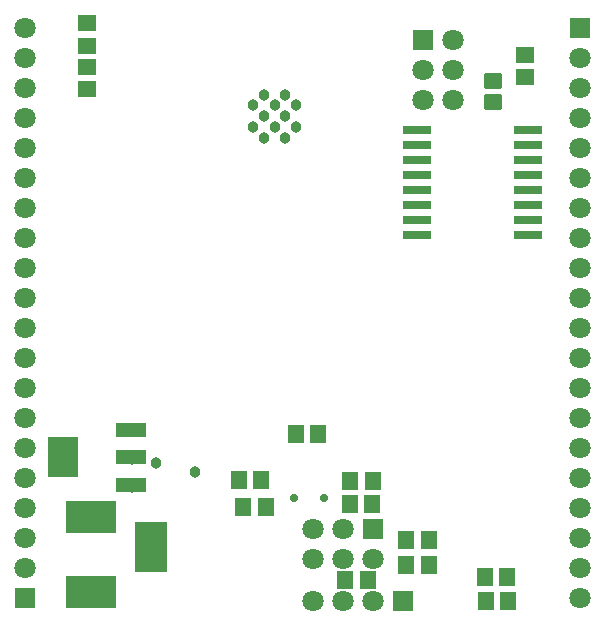
<source format=gbs>
G04*
G04 #@! TF.GenerationSoftware,Altium Limited,Altium Designer,22.1.2 (22)*
G04*
G04 Layer_Color=16711935*
%FSTAX24Y24*%
%MOIN*%
G70*
G04*
G04 #@! TF.SameCoordinates,360A1761-899D-4A34-B866-C5D0D12458BF*
G04*
G04*
G04 #@! TF.FilePolarity,Negative*
G04*
G01*
G75*
%ADD43R,0.0631X0.0552*%
%ADD44R,0.0552X0.0631*%
%ADD47C,0.0380*%
%ADD48R,0.0710X0.0710*%
%ADD49C,0.0710*%
%ADD50R,0.1080X0.1680*%
%ADD51R,0.1680X0.1080*%
%ADD52R,0.0710X0.0710*%
%ADD53C,0.0280*%
%ADD69R,0.0946X0.0316*%
%ADD70R,0.1025X0.1379*%
%ADD71R,0.1025X0.0474*%
G04:AMPARAMS|DCode=72|XSize=51.2mil|YSize=63mil|CornerRadius=6.1mil|HoleSize=0mil|Usage=FLASHONLY|Rotation=90.000|XOffset=0mil|YOffset=0mil|HoleType=Round|Shape=RoundedRectangle|*
%AMROUNDEDRECTD72*
21,1,0.0512,0.0508,0,0,90.0*
21,1,0.0390,0.0630,0,0,90.0*
1,1,0.0122,0.0254,0.0195*
1,1,0.0122,0.0254,-0.0195*
1,1,0.0122,-0.0254,-0.0195*
1,1,0.0122,-0.0254,0.0195*
%
%ADD72ROUNDEDRECTD72*%
D43*
X012651Y028322D02*
D03*
Y027574D02*
D03*
X012676Y029028D02*
D03*
Y029776D02*
D03*
X027276Y027978D02*
D03*
Y028726D02*
D03*
D44*
X017724Y01455D02*
D03*
X018472D02*
D03*
X025924Y011299D02*
D03*
X026672D02*
D03*
X017874Y013649D02*
D03*
X018622D02*
D03*
X021447Y0145D02*
D03*
X022195D02*
D03*
X022176Y013751D02*
D03*
X021428D02*
D03*
X026698Y0105D02*
D03*
X02595D02*
D03*
X022026Y011201D02*
D03*
X021278D02*
D03*
X0233Y01255D02*
D03*
X024048D02*
D03*
X0233Y0117D02*
D03*
X024048D02*
D03*
X020372Y016076D02*
D03*
X019624D02*
D03*
D47*
X018916Y027036D02*
D03*
X018193D02*
D03*
X019638D02*
D03*
X018193Y026313D02*
D03*
X018916D02*
D03*
X019638D02*
D03*
X018555Y026675D02*
D03*
X019277D02*
D03*
X018555Y027397D02*
D03*
X019277D02*
D03*
X018555Y025952D02*
D03*
X019277D02*
D03*
X01625Y0148D02*
D03*
X01495Y0151D02*
D03*
X01415Y01525D02*
D03*
X014179Y014329D02*
D03*
D48*
X0232Y0105D02*
D03*
X0222Y0129D02*
D03*
D49*
Y0105D02*
D03*
X0212D02*
D03*
X0202D02*
D03*
X0222Y0119D02*
D03*
X0212D02*
D03*
X0202D02*
D03*
X0212Y0129D02*
D03*
X0202D02*
D03*
X02387Y0272D02*
D03*
Y0282D02*
D03*
X02487Y0272D02*
D03*
Y0282D02*
D03*
Y0292D02*
D03*
X0291Y0286D02*
D03*
Y0276D02*
D03*
Y0266D02*
D03*
Y0256D02*
D03*
Y0246D02*
D03*
Y0236D02*
D03*
Y0226D02*
D03*
Y0216D02*
D03*
Y0206D02*
D03*
Y0196D02*
D03*
Y0186D02*
D03*
Y0176D02*
D03*
Y0166D02*
D03*
Y0156D02*
D03*
Y0146D02*
D03*
Y0136D02*
D03*
Y0126D02*
D03*
Y0116D02*
D03*
Y0106D02*
D03*
X0106Y0296D02*
D03*
Y0286D02*
D03*
Y0276D02*
D03*
Y0266D02*
D03*
Y0256D02*
D03*
Y0246D02*
D03*
Y0236D02*
D03*
Y0226D02*
D03*
Y0216D02*
D03*
Y0206D02*
D03*
Y0196D02*
D03*
Y0186D02*
D03*
Y0176D02*
D03*
Y0166D02*
D03*
Y0156D02*
D03*
Y0146D02*
D03*
Y0136D02*
D03*
Y0126D02*
D03*
Y0116D02*
D03*
D50*
X0148Y0123D02*
D03*
D51*
X0128Y0108D02*
D03*
Y0133D02*
D03*
D52*
X02387Y0292D02*
D03*
X0291Y0296D02*
D03*
X0106Y0106D02*
D03*
D53*
X02055Y01395D02*
D03*
X01955D02*
D03*
D69*
X02735Y0262D02*
D03*
Y0257D02*
D03*
Y0252D02*
D03*
Y0247D02*
D03*
Y0242D02*
D03*
Y0237D02*
D03*
Y0232D02*
D03*
Y0227D02*
D03*
X02365Y0262D02*
D03*
Y0257D02*
D03*
Y0252D02*
D03*
Y0247D02*
D03*
Y0242D02*
D03*
Y0237D02*
D03*
Y0232D02*
D03*
Y0227D02*
D03*
D70*
X011858Y0153D02*
D03*
D71*
X014142Y014394D02*
D03*
Y0153D02*
D03*
Y016206D02*
D03*
D72*
X0262Y027161D02*
D03*
Y02785D02*
D03*
M02*

</source>
